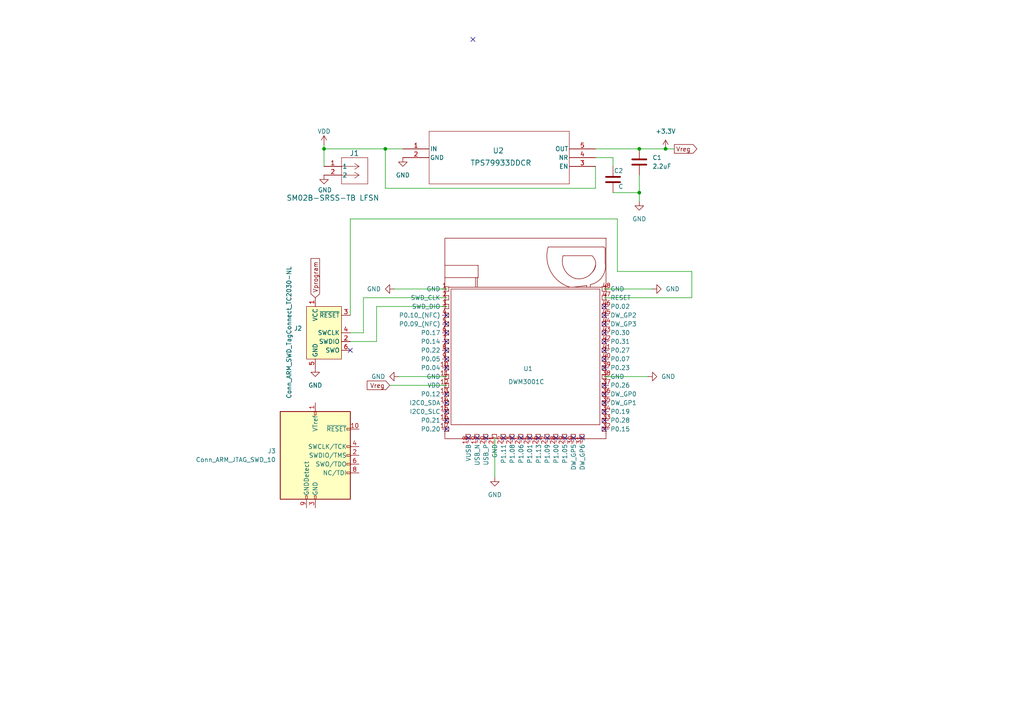
<source format=kicad_sch>
(kicad_sch (version 20231120) (generator "eeschema") (generator_version "8.0")
  (paper "A4")
  (lib_symbols
    (symbol "Connector:Conn_ARM_JTAG_SWD_10" (pin_names (offset 1.016))
      (property "Reference" "J" (at -2.54 16.51 0))
      (property "Value" "Conn_ARM_JTAG_SWD_10" (at -2.54 13.97 0))
      (symbol "Conn_ARM_JTAG_SWD_10_0_1"
        (rectangle (start -10.16 12.7) (end 10.16 -12.7) (stroke (width 0.254)) (fill (type background)))
        (rectangle (start -2.794 -12.7) (end -2.286 -11.684))
        (rectangle (start -0.254 -12.7) (end 0.254 -11.684))
        (rectangle (start -0.254 12.7) (end 0.254 11.684))
        (rectangle (start 9.144 2.286) (end 10.16 2.794))
        (rectangle (start 10.16 -2.794) (end 9.144 -2.286))
        (rectangle (start 10.16 -0.254) (end 9.144 0.254))
        (rectangle (start 10.16 7.874) (end 9.144 7.366))
      )
      (symbol "Conn_ARM_JTAG_SWD_10_1_1"
        (rectangle (start 9.144 -5.334) (end 10.16 -4.826))
        (pin power_in line (at 0 15.24 270) (length 2.54) (name "VTref") (number "1"))
        (pin open_collector line (at 12.7 7.62 180) (length 2.54) (name "~{RESET}") (number "10"))
        (pin bidirectional line (at 12.7 0 180) (length 2.54) (name "SWDIO/TMS") (number "2"))
        (pin power_in line (at 0 -15.24 90) (length 2.54) (name "GND") (number "3"))
        (pin output line (at 12.7 2.54 180) (length 2.54) (name "SWCLK/TCK") (number "4"))
        (pin passive line (at 0 -15.24 90) (length 2.54) hide (name "GND") (number "5"))
        (pin input line (at 12.7 -2.54 180) (length 2.54) (name "SWO/TDO") (number "6"))
        (pin no_connect line (at -10.16 0 0) (length 2.54) hide (name "KEY") (number "7"))
        (pin output line (at 12.7 -5.08 180) (length 2.54) (name "NC/TDI") (number "8"))
        (pin passive line (at -2.54 -15.24 90) (length 2.54) (name "GNDDetect") (number "9"))
      )
    )
    (symbol "Connector:Conn_ARM_SWD_TagConnect_TC2030-NL" (in_bom no)
      (property "Reference" "J" (at 2.54 11.43 0))
      (property "Value" "Conn_ARM_SWD_TagConnect_TC2030-NL" (at 2.54 8.89 0))
      (symbol "Conn_ARM_SWD_TagConnect_TC2030-NL_0_0"
        (pin power_in line (at -2.54 10.16 270) (length 2.54) (name "VCC") (number "1"))
        (pin bidirectional line (at 7.62 -2.54 180) (length 2.54) (name "SWDIO") (number "2"))
        (pin open_collector line (at 7.62 5.08 180) (length 2.54) (name "~{RESET}") (number "3"))
        (pin output line (at 7.62 0 180) (length 2.54) (name "SWCLK") (number "4"))
        (pin power_in line (at -2.54 -10.16 90) (length 2.54) (name "GND") (number "5"))
        (pin input line (at 7.62 -5.08 180) (length 2.54) (name "SWO") (number "6"))
      )
      (symbol "Conn_ARM_SWD_TagConnect_TC2030-NL_0_1"
        (rectangle (start -5.08 7.62) (end 5.08 -7.62) (fill (type background)))
      )
    )
    (symbol "Device:C" (pin_numbers hide) (pin_names (offset 0.254))
      (property "Reference" "C" (at 0.635 2.54 0))
      (property "Value" "C" (at 0.635 -2.54 0))
      (symbol "C_0_1"
        (polyline (pts (xy -2.032 -0.762) (xy 2.032 -0.762)) (stroke (width 0.508)))
        (polyline (pts (xy -2.032 0.762) (xy 2.032 0.762)) (stroke (width 0.508)))
      )
      (symbol "C_1_1"
        (pin passive line (at 0 3.81 270) (length 2.794) (name "~") (number "1"))
        (pin passive line (at 0 -3.81 90) (length 2.794) (name "~") (number "2"))
      )
    )
    (symbol "SM02B-SRSS-TB:SM02B-SRSS-TB_LFSN" (pin_names (offset 0.254))
      (property "Reference" "J" (at 8.89 6.35 0))
      (property "Value" "SM02B-SRSS-TB LFSN" (at 0 0 0))
      (symbol "SM02B-SRSS-TB_LFSN_1_1"
        (polyline (pts (xy 5.08 -5.08) (xy 12.7 -5.08)) (stroke (width 0.127)))
        (polyline (pts (xy 5.08 2.54) (xy 5.08 -5.08)) (stroke (width 0.127)))
        (polyline (pts (xy 10.16 -2.54) (xy 5.08 -2.54)) (stroke (width 0.127)))
        (polyline (pts (xy 10.16 -2.54) (xy 8.89 -3.3867)) (stroke (width 0.127)))
        (polyline (pts (xy 10.16 -2.54) (xy 8.89 -1.6933)) (stroke (width 0.127)))
        (polyline (pts (xy 10.16 0) (xy 5.08 0)) (stroke (width 0.127)))
        (polyline (pts (xy 10.16 0) (xy 8.89 -0.8467)) (stroke (width 0.127)))
        (polyline (pts (xy 10.16 0) (xy 8.89 0.8467)) (stroke (width 0.127)))
        (polyline (pts (xy 12.7 -5.08) (xy 12.7 2.54)) (stroke (width 0.127)))
        (polyline (pts (xy 12.7 2.54) (xy 5.08 2.54)) (stroke (width 0.127)))
        (pin unspecified line (at 0 0 0) (length 5.08) (name "1") (number "1"))
        (pin unspecified line (at 0 -2.54 0) (length 5.08) (name "2") (number "2"))
      )
      (symbol "SM02B-SRSS-TB_LFSN_1_2"
        (polyline (pts (xy 5.08 -5.08) (xy 12.7 -5.08)) (stroke (width 0.127)))
        (polyline (pts (xy 5.08 2.54) (xy 5.08 -5.08)) (stroke (width 0.127)))
        (polyline (pts (xy 7.62 -2.54) (xy 5.08 -2.54)) (stroke (width 0.127)))
        (polyline (pts (xy 7.62 -2.54) (xy 8.89 -3.3867)) (stroke (width 0.127)))
        (polyline (pts (xy 7.62 -2.54) (xy 8.89 -1.6933)) (stroke (width 0.127)))
        (polyline (pts (xy 7.62 0) (xy 5.08 0)) (stroke (width 0.127)))
        (polyline (pts (xy 7.62 0) (xy 8.89 -0.8467)) (stroke (width 0.127)))
        (polyline (pts (xy 7.62 0) (xy 8.89 0.8467)) (stroke (width 0.127)))
        (polyline (pts (xy 12.7 -5.08) (xy 12.7 2.54)) (stroke (width 0.127)))
        (polyline (pts (xy 12.7 2.54) (xy 5.08 2.54)) (stroke (width 0.127)))
        (pin unspecified line (at 0 0 0) (length 5.08) (name "1") (number "1"))
        (pin unspecified line (at 0 -2.54 0) (length 5.08) (name "2") (number "2"))
      )
    )
    (symbol "TPS79933DDCR:TPS79933DDCR" (pin_names (offset 0.254))
      (property "Reference" "U" (at 27.94 10.16 0))
      (property "Value" "TPS79933DDCR" (at 27.94 7.62 0))
      (symbol "TPS79933DDCR_0_1"
        (polyline (pts (xy 7.62 -10.16) (xy 48.26 -10.16)) (stroke (width 0.127)))
        (polyline (pts (xy 7.62 5.08) (xy 7.62 -10.16)) (stroke (width 0.127)))
        (polyline (pts (xy 48.26 -10.16) (xy 48.26 5.08)) (stroke (width 0.127)))
        (polyline (pts (xy 48.26 5.08) (xy 7.62 5.08)) (stroke (width 0.127)))
        (pin input line (at 0 0 0) (length 7.62) (name "IN") (number "1"))
        (pin power_in line (at 0 -2.54 0) (length 7.62) (name "GND") (number "2"))
        (pin unspecified line (at 55.88 -5.08 180) (length 7.62) (name "EN") (number "3"))
        (pin unspecified line (at 55.88 -2.54 180) (length 7.62) (name "NR") (number "4"))
        (pin output line (at 55.88 0 180) (length 7.62) (name "OUT") (number "5"))
      )
    )
    (symbol "power:+3.3V" (power) (pin_numbers hide) (pin_names (offset 0) hide)
      (property "Value" "+3.3V" (at 0 3.556 0))
      (symbol "+3.3V_0_1"
        (polyline (pts (xy -0.762 1.27) (xy 0 2.54)))
        (polyline (pts (xy 0 0) (xy 0 2.54)))
        (polyline (pts (xy 0 2.54) (xy 0.762 1.27)))
      )
      (symbol "+3.3V_1_1"
        (pin power_in line (at 0 0 90) (length 0) (name "~") (number "1"))
      )
    )
    (symbol "power:GND" (power) (pin_numbers hide) (pin_names (offset 0) hide)
      (property "Value" "GND" (at 0 -3.81 0))
      (symbol "GND_0_1"
        (polyline (pts (xy 0 0) (xy 0 -1.27) (xy 1.27 -1.27) (xy 0 -2.54) (xy -1.27 -1.27) (xy 0 -1.27)))
      )
      (symbol "GND_1_1"
        (pin power_in line (at 0 0 270) (length 0) (name "~") (number "1"))
      )
    )
    (symbol "power:VDD" (power) (pin_numbers hide) (pin_names (offset 0) hide)
      (property "Value" "VDD" (at 0 3.556 0))
      (symbol "VDD_0_1"
        (polyline (pts (xy -0.762 1.27) (xy 0 2.54)))
        (polyline (pts (xy 0 0) (xy 0 2.54)))
        (polyline (pts (xy 0 2.54) (xy 0.762 1.27)))
      )
      (symbol "VDD_1_1"
        (pin power_in line (at 0 0 90) (length 0) (name "~") (number "1"))
      )
    )
    (symbol "sdp:DWM3001C"
      (property "Reference" "U1" (at 2.032 -2.794 0))
      (property "Value" "DWM3001C" (at 1.524 -6.604 0))
      (symbol "DWM3001C_0_1"
        (arc (start -22.2249 -20.955) (mid -21.9619 -20.32) (end -22.2249 -19.685))
        (arc (start -22.2249 -18.415) (mid -21.9619 -17.78) (end -22.2249 -17.145))
        (arc (start -22.2249 -15.875) (mid -21.9619 -15.24) (end -22.2249 -14.605))
        (arc (start -22.2249 -13.335) (mid -21.9619 -12.7) (end -22.2249 -12.065))
        (arc (start -22.2249 -10.795) (mid -21.9619 -10.16) (end -22.2249 -9.525))
        (arc (start -22.2249 -8.255) (mid -21.9619 -7.62) (end -22.2249 -6.985))
        (arc (start -22.2249 -5.715) (mid -21.9619 -5.08) (end -22.2249 -4.445))
        (arc (start -22.2249 -3.175) (mid -21.9619 -2.54) (end -22.2249 -1.905))
        (arc (start -22.2249 -0.635) (mid -21.9619 0) (end -22.2249 0.635))
        (arc (start -22.2249 1.905) (mid -21.9619 2.54) (end -22.2249 3.175))
        (arc (start -22.2249 4.445) (mid -21.9619 5.08) (end -22.2249 5.715))
        (arc (start -22.2249 6.985) (mid -21.9619 7.62) (end -22.2249 8.255))
        (arc (start -22.2249 9.525) (mid -21.9619 10.16) (end -22.2249 10.795))
        (arc (start -22.2249 12.065) (mid -21.9619 12.7) (end -22.2249 13.335))
        (arc (start -22.2249 14.605) (mid -21.9619 15.24) (end -22.2249 15.875))
        (arc (start -22.2249 17.145) (mid -21.9619 17.78) (end -22.2249 18.415))
        (arc (start -22.225 19.685) (mid -21.962 20.32) (end -22.225 20.955))
        (rectangle (start -20.32 20.32) (end 22.86 -19.05))
        (arc (start -14.732 -23.114) (mid -15.367 -22.851) (end -16.002 -23.114))
        (arc (start -12.192 -23.114) (mid -12.827 -22.851) (end -13.462 -23.114))
        (arc (start -9.652 -23.114) (mid -10.287 -22.851) (end -10.922 -23.114))
        (arc (start -7.112 -23.114) (mid -7.747 -22.851) (end -8.382 -23.114))
        (arc (start -4.572 -23.114) (mid -5.207 -22.851) (end -5.842 -23.114))
        (arc (start -2.032 -23.114) (mid -2.667 -22.851) (end -3.302 -23.114))
        (polyline (pts (xy -22.2249 -20.955) (xy -20.9549 -20.955)))
        (polyline (pts (xy -22.2249 -19.685) (xy -20.9549 -19.685)))
        (polyline (pts (xy -22.2249 -18.415) (xy -20.9549 -18.415)))
        (polyline (pts (xy -22.2249 -17.145) (xy -20.9549 -17.145)))
        (polyline (pts (xy -22.2249 -15.875) (xy -20.9549 -15.875)))
        (polyline (pts (xy -22.2249 -14.605) (xy -20.9549 -14.605)))
        (polyline (pts (xy -22.2249 -13.335) (xy -20.9549 -13.335)))
        (polyline (pts (xy -22.2249 -12.065) (xy -20.9549 -12.065)))
        (polyline (pts (xy -22.2249 -10.795) (xy -20.9549 -10.795)))
        (polyline (pts (xy -22.2249 -9.525) (xy -20.9549 -9.525)))
        (polyline (pts (xy -22.2249 -8.255) (xy -20.9549 -8.255)))
        (polyline (pts (xy -22.2249 -6.985) (xy -20.9549 -6.985)))
        (polyline (pts (xy -22.2249 -5.715) (xy -20.9549 -5.715)))
        (polyline (pts (xy -22.2249 -4.445) (xy -20.9549 -4.445)))
        (polyline (pts (xy -22.2249 -3.175) (xy -20.9549 -3.175)))
        (polyline (pts (xy -22.2249 -1.905) (xy -20.9549 -1.905)))
        (polyline (pts (xy -22.2249 -0.635) (xy -20.9549 -0.635)))
        (polyline (pts (xy -22.2249 0.635) (xy -20.9549 0.635)))
        (polyline (pts (xy -22.2249 1.905) (xy -20.9549 1.905)))
        (polyline (pts (xy -22.2249 3.175) (xy -20.9549 3.175)))
        (polyline (pts (xy -22.2249 4.445) (xy -20.9549 4.445)))
        (polyline (pts (xy -22.2249 5.715) (xy -20.9549 5.715)))
        (polyline (pts (xy -22.2249 6.985) (xy -20.9549 6.985)))
        (polyline (pts (xy -22.2249 8.255) (xy -20.9549 8.255)))
        (polyline (pts (xy -22.2249 9.525) (xy -20.9549 9.525)))
        (polyline (pts (xy -22.2249 10.795) (xy -20.9549 10.795)))
        (polyline (pts (xy -22.2249 12.065) (xy -20.9549 12.065)))
        (polyline (pts (xy -22.2249 13.335) (xy -20.9549 13.335)))
        (polyline (pts (xy -22.2249 14.605) (xy -20.9549 14.605)))
        (polyline (pts (xy -22.2249 15.875) (xy -20.9549 15.875)))
        (polyline (pts (xy -22.2249 17.145) (xy -20.9549 17.145)))
        (polyline (pts (xy -22.2249 18.415) (xy -20.9549 18.415)))
        (polyline (pts (xy -22.225 19.685) (xy -20.955 19.685)))
        (polyline (pts (xy -22.225 20.955) (xy -20.955 20.955)))
        (polyline (pts (xy -22.098 -20.828) (xy -22.098 -21.59)))
        (polyline (pts (xy -22.098 -19.812) (xy -22.098 -18.288)))
        (polyline (pts (xy -22.098 -17.272) (xy -22.098 -15.748)))
        (polyline (pts (xy -22.098 -14.732) (xy -22.098 -13.208)))
        (polyline (pts (xy -22.098 -12.192) (xy -22.098 -10.668)))
        (polyline (pts (xy -22.098 -9.652) (xy -22.098 -8.128)))
        (polyline (pts (xy -22.098 -7.112) (xy -22.098 -5.588)))
        (polyline (pts (xy -22.098 -4.572) (xy -22.098 -3.048)))
        (polyline (pts (xy -22.098 -2.032) (xy -22.098 -0.508)))
        (polyline (pts (xy -22.098 0.508) (xy -22.098 2.032)))
        (polyline (pts (xy -22.098 3.048) (xy -22.098 4.572)))
        (polyline (pts (xy -22.098 5.588) (xy -22.098 7.112)))
        (polyline (pts (xy -22.098 8.128) (xy -22.098 9.652)))
        (polyline (pts (xy -22.098 10.668) (xy -22.098 12.192)))
        (polyline (pts (xy -22.098 13.208) (xy -22.098 14.732)))
        (polyline (pts (xy -22.098 15.748) (xy -22.098 17.272)))
        (polyline (pts (xy -22.098 18.288) (xy -22.098 19.812)))
        (polyline (pts (xy -22.098 20.828) (xy -22.098 35.052)))
        (polyline (pts (xy -22.098 35.052) (xy 24.638 35.052)))
        (polyline (pts (xy -20.9549 -19.685) (xy -20.9549 -20.955)))
        (polyline (pts (xy -20.9549 -17.145) (xy -20.9549 -18.415)))
        (polyline (pts (xy -20.9549 -14.605) (xy -20.9549 -15.875)))
        (polyline (pts (xy -20.9549 -12.065) (xy -20.9549 -13.335)))
        (polyline (pts (xy -20.9549 -9.525) (xy -20.9549 -10.795)))
        (polyline (pts (xy -20.9549 -6.985) (xy -20.9549 -8.255)))
        (polyline (pts (xy -20.9549 -4.445) (xy -20.9549 -5.715)))
        (polyline (pts (xy -20.9549 -1.905) (xy -20.9549 -3.175)))
        (polyline (pts (xy -20.9549 0.635) (xy -20.9549 -0.635)))
        (polyline (pts (xy -20.9549 3.175) (xy -20.9549 1.905)))
        (polyline (pts (xy -20.9549 5.715) (xy -20.9549 4.445)))
        (polyline (pts (xy -20.9549 8.255) (xy -20.9549 6.985)))
        (polyline (pts (xy -20.9549 10.795) (xy -20.9549 9.525)))
        (polyline (pts (xy -20.9549 13.335) (xy -20.9549 12.065)))
        (polyline (pts (xy -20.9549 15.875) (xy -20.9549 14.605)))
        (polyline (pts (xy -20.9549 18.415) (xy -20.9549 17.145)))
        (polyline (pts (xy -20.955 20.955) (xy -20.955 19.685)))
        (polyline (pts (xy -20.828 20.828) (xy 23.368 20.828)))
        (polyline (pts (xy -16.002 -23.114) (xy -16.002 -21.844)))
        (polyline (pts (xy -16.002 -21.844) (xy -14.732 -21.844)))
        (polyline (pts (xy -14.732 -23.114) (xy -14.732 -21.844)))
        (polyline (pts (xy -13.462 -23.114) (xy -13.462 -21.844)))
        (polyline (pts (xy -13.462 -21.844) (xy -12.192 -21.844)))
        (polyline (pts (xy -13.208 20.828) (xy -13.208 23.622)))
        (polyline (pts (xy -12.7 20.828) (xy -12.7 23.622)))
        (polyline (pts (xy -12.7 23.622) (xy -22.098 23.622)))
        (polyline (pts (xy -12.7 23.622) (xy -12.446 23.622)))
        (polyline (pts (xy -12.7 27.178) (xy -22.098 27.178)))
        (polyline (pts (xy -12.7 27.178) (xy -12.446 27.178)))
        (polyline (pts (xy -12.446 23.622) (xy -12.446 27.178)))
        (polyline (pts (xy -12.192 -23.114) (xy -12.192 -21.844)))
        (polyline (pts (xy -10.922 -23.114) (xy -10.922 -21.844)))
        (polyline (pts (xy -10.922 -21.844) (xy -9.652 -21.844)))
        (polyline (pts (xy -9.652 -23.114) (xy -9.652 -21.844)))
        (polyline (pts (xy -8.382 -23.114) (xy -8.382 -21.844)))
        (polyline (pts (xy -8.382 -21.844) (xy -7.112 -21.844)))
        (polyline (pts (xy -7.112 -23.114) (xy -7.112 -21.844)))
        (polyline (pts (xy -5.842 -23.114) (xy -5.842 -21.844)))
        (polyline (pts (xy -5.842 -21.844) (xy -4.572 -21.844)))
        (polyline (pts (xy -4.572 -23.114) (xy -4.572 -21.844)))
        (polyline (pts (xy -3.302 -23.114) (xy -3.302 -21.844)))
        (polyline (pts (xy -3.302 -21.844) (xy -2.032 -21.844)))
        (polyline (pts (xy -2.032 -23.114) (xy -2.032 -21.844)))
        (polyline (pts (xy -0.762 -23.114) (xy -0.762 -21.844)))
        (polyline (pts (xy -0.762 -21.844) (xy 0.508 -21.844)))
        (polyline (pts (xy 0.508 -23.114) (xy 0.508 -21.844)))
        (polyline (pts (xy 1.778 -23.114) (xy 1.778 -21.844)))
        (polyline (pts (xy 1.778 -21.844) (xy 3.048 -21.844)))
        (polyline (pts (xy 3.048 -23.114) (xy 3.048 -21.844)))
        (polyline (pts (xy 4.318 -23.114) (xy 4.318 -21.844)))
        (polyline (pts (xy 4.318 -21.844) (xy 5.588 -21.844)))
        (polyline (pts (xy 5.588 -23.114) (xy 5.588 -21.844)))
        (polyline (pts (xy 6.858 -23.114) (xy 6.858 -21.844)))
        (polyline (pts (xy 6.858 -21.844) (xy 8.128 -21.844)))
        (polyline (pts (xy 8.128 -23.114) (xy 8.128 -21.844)))
        (polyline (pts (xy 9.398 -23.114) (xy 9.398 -21.844)))
        (polyline (pts (xy 9.398 -21.844) (xy 10.668 -21.844)))
        (polyline (pts (xy 10.668 -23.114) (xy 10.668 -21.844)))
        (polyline (pts (xy 11.938 -23.114) (xy 11.938 -21.844)))
        (polyline (pts (xy 11.938 -21.844) (xy 13.208 -21.844)))
        (polyline (pts (xy 12.7 29.972) (xy 12.192 29.972)))
        (polyline (pts (xy 13.208 -23.114) (xy 13.208 -21.844)))
        (polyline (pts (xy 14.478 -23.114) (xy 14.478 -21.844)))
        (polyline (pts (xy 14.478 -21.844) (xy 15.748 -21.844)))
        (polyline (pts (xy 15.748 -23.114) (xy 15.748 -21.844)))
        (polyline (pts (xy 17.018 -23.114) (xy 17.018 -21.844)))
        (polyline (pts (xy 17.018 -21.844) (xy 18.288 -21.844)))
        (polyline (pts (xy 18.288 -23.114) (xy 18.288 -21.844)))
        (polyline (pts (xy 19.05 20.828) (xy 19.05 21.336)))
        (polyline (pts (xy 20.066 20.828) (xy 20.066 21.59)))
        (polyline (pts (xy 20.574 29.972) (xy 12.7 29.972)))
        (polyline (pts (xy 23.4949 -20.955) (xy 23.4949 -19.685)))
        (polyline (pts (xy 23.4948 -18.415) (xy 23.4948 -17.145)))
        (polyline (pts (xy 23.4948 -15.875) (xy 23.4948 -14.605)))
        (polyline (pts (xy 23.4948 -13.335) (xy 23.4948 -12.065)))
        (polyline (pts (xy 23.4948 -10.795) (xy 23.4948 -9.525)))
        (polyline (pts (xy 23.4948 -8.255) (xy 23.4948 -6.985)))
        (polyline (pts (xy 23.4948 -5.715) (xy 23.4948 -4.445)))
        (polyline (pts (xy 23.4948 -3.175) (xy 23.4948 -1.905)))
        (polyline (pts (xy 23.4948 -0.635) (xy 23.4948 0.635)))
        (polyline (pts (xy 23.4948 1.905) (xy 23.4948 3.175)))
        (polyline (pts (xy 23.4948 4.445) (xy 23.4948 5.715)))
        (polyline (pts (xy 23.4948 6.985) (xy 23.4948 8.255)))
        (polyline (pts (xy 23.4948 9.525) (xy 23.4948 10.795)))
        (polyline (pts (xy 23.4948 12.065) (xy 23.4948 13.335)))
        (polyline (pts (xy 23.4948 14.605) (xy 23.4948 15.875)))
        (polyline (pts (xy 23.4948 17.145) (xy 23.4948 18.415)))
        (polyline (pts (xy 23.4948 19.685) (xy 23.4948 20.955)))
        (polyline (pts (xy 23.876 32.512) (xy 7.874 32.512)))
        (polyline (pts (xy 24.384 27.94) (xy 24.384 30.988)))
        (polyline (pts (xy 24.384 30.988) (xy 24.384 32.004)))
        (polyline (pts (xy 24.638 -20.828) (xy 24.638 -21.59)))
        (polyline (pts (xy 24.6379 -18.288) (xy 24.6379 -19.812)))
        (polyline (pts (xy 24.6379 -15.748) (xy 24.6379 -17.272)))
        (polyline (pts (xy 24.6379 -13.208) (xy 24.6379 -14.732)))
        (polyline (pts (xy 24.6379 -10.668) (xy 24.6379 -12.192)))
        (polyline (pts (xy 24.6379 -8.128) (xy 24.6379 -9.652)))
        (polyline (pts (xy 24.6379 -5.588) (xy 24.6379 -7.112)))
        (polyline (pts (xy 24.6379 -3.048) (xy 24.6379 -4.572)))
        (polyline (pts (xy 24.6379 -0.508) (xy 24.6379 -2.032)))
        (polyline (pts (xy 24.6379 2.032) (xy 24.6379 0.508)))
        (polyline (pts (xy 24.6379 4.572) (xy 24.6379 3.048)))
        (polyline (pts (xy 24.6379 7.112) (xy 24.6379 5.588)))
        (polyline (pts (xy 24.6379 9.652) (xy 24.6379 8.128)))
        (polyline (pts (xy 24.6379 12.192) (xy 24.6379 10.668)))
        (polyline (pts (xy 24.6379 14.732) (xy 24.6379 13.208)))
        (polyline (pts (xy 24.6379 17.272) (xy 24.6379 15.748)))
        (polyline (pts (xy 24.6379 19.812) (xy 24.6379 18.288)))
        (polyline (pts (xy 24.638 20.828) (xy 24.638 34.798)))
        (polyline (pts (xy 24.638 34.798) (xy 24.638 35.052)))
        (polyline (pts (xy 24.7649 -20.955) (xy 23.4949 -20.955)))
        (polyline (pts (xy 24.7649 -19.685) (xy 23.4949 -19.685)))
        (polyline (pts (xy 24.7648 -18.415) (xy 23.4948 -18.415)))
        (polyline (pts (xy 24.7648 -17.145) (xy 23.4948 -17.145)))
        (polyline (pts (xy 24.7648 -15.875) (xy 23.4948 -15.875)))
        (polyline (pts (xy 24.7648 -14.605) (xy 23.4948 -14.605)))
        (polyline (pts (xy 24.7648 -13.335) (xy 23.4948 -13.335)))
        (polyline (pts (xy 24.7648 -12.065) (xy 23.4948 -12.065)))
        (polyline (pts (xy 24.7648 -10.795) (xy 23.4948 -10.795)))
        (polyline (pts (xy 24.7648 -9.525) (xy 23.4948 -9.525)))
        (polyline (pts (xy 24.7648 -8.255) (xy 23.4948 -8.255)))
        (polyline (pts (xy 24.7648 -6.985) (xy 23.4948 -6.985)))
        (polyline (pts (xy 24.7648 -5.715) (xy 23.4948 -5.715)))
        (polyline (pts (xy 24.7648 -4.445) (xy 23.4948 -4.445)))
        (polyline (pts (xy 24.7648 -3.175) (xy 23.4948 -3.175)))
        (polyline (pts (xy 24.7648 -1.905) (xy 23.4948 -1.905)))
        (polyline (pts (xy 24.7648 -0.635) (xy 23.4948 -0.635)))
        (polyline (pts (xy 24.7648 0.635) (xy 23.4948 0.635)))
        (polyline (pts (xy 24.7648 1.905) (xy 23.4948 1.905)))
        (polyline (pts (xy 24.7648 3.175) (xy 23.4948 3.175)))
        (polyline (pts (xy 24.7648 4.445) (xy 23.4948 4.445)))
        (polyline (pts (xy 24.7648 5.715) (xy 23.4948 5.715)))
        (polyline (pts (xy 24.7648 6.985) (xy 23.4948 6.985)))
        (polyline (pts (xy 24.7648 8.255) (xy 23.4948 8.255)))
        (polyline (pts (xy 24.7648 9.525) (xy 23.4948 9.525)))
        (polyline (pts (xy 24.7648 10.795) (xy 23.4948 10.795)))
        (polyline (pts (xy 24.7648 12.065) (xy 23.4948 12.065)))
        (polyline (pts (xy 24.7648 13.335) (xy 23.4948 13.335)))
        (polyline (pts (xy 24.7648 14.605) (xy 23.4948 14.605)))
        (polyline (pts (xy 24.7648 15.875) (xy 23.4948 15.875)))
        (polyline (pts (xy 24.7648 17.145) (xy 23.4948 17.145)))
        (polyline (pts (xy 24.7648 18.415) (xy 23.4948 18.415)))
        (polyline (pts (xy 24.7648 19.685) (xy 23.4948 19.685)))
        (polyline (pts (xy 24.7648 20.955) (xy 23.4948 20.955)))
        (polyline (pts (xy 19.05 21.336) (xy 15.24 20.828) (xy 14.732 20.828)))
        (arc (start 0.508 -23.114) (mid -0.127 -22.851) (end -0.762 -23.114))
        (arc (start 3.048 -23.114) (mid 2.413 -22.851) (end 1.778 -23.114))
        (arc (start 5.588 -23.114) (mid 4.953 -22.851) (end 4.318 -23.114))
        (arc (start 7.874 32.512) (mid 8.6292 25.3549) (end 14.224 20.828))
        (arc (start 8.128 -23.114) (mid 7.493 -22.851) (end 6.858 -23.114))
        (arc (start 10.668 -23.114) (mid 10.033 -22.851) (end 9.398 -23.114))
        (arc (start 12.192 29.972) (mid 12.6023 25.9335) (end 15.748 23.368))
        (arc (start 13.208 -23.114) (mid 12.573 -22.851) (end 11.938 -23.114))
        (arc (start 15.748 -23.114) (mid 15.113 -22.851) (end 14.478 -23.114))
        (arc (start 15.748 23.368) (mid 19.4571 24.0646) (end 21.59 27.178))
        (arc (start 18.288 -23.114) (mid 17.653 -22.851) (end 17.018 -23.114))
        (arc (start 20.066 21.59) (mid 23.5401 23.8707) (end 24.384 27.94))
        (arc (start 20.828 25.4) (mid 21.6478 27.7386) (end 20.574 29.972))
        (arc (start 24.384 32.004) (mid 24.2352 32.3632) (end 23.876 32.512))
        (arc (start 24.7649 -19.685) (mid 24.5019 -20.32) (end 24.7649 -20.955))
        (arc (start 24.7648 -17.145) (mid 24.5018 -17.78) (end 24.7648 -18.415))
        (arc (start 24.7648 -14.605) (mid 24.5018 -15.24) (end 24.7648 -15.875))
        (arc (start 24.7648 -12.065) (mid 24.5018 -12.7) (end 24.7648 -13.335))
        (arc (start 24.7648 -9.525) (mid 24.5018 -10.16) (end 24.7648 -10.795))
        (arc (start 24.7648 -6.985) (mid 24.5018 -7.62) (end 24.7648 -8.255))
        (arc (start 24.7648 -4.445) (mid 24.5018 -5.08) (end 24.7648 -5.715))
        (arc (start 24.7648 -1.905) (mid 24.5018 -2.54) (end 24.7648 -3.175))
        (arc (start 24.7648 0.635) (mid 24.5018 0) (end 24.7648 -0.635))
        (arc (start 24.7648 3.175) (mid 24.5018 2.54) (end 24.7648 1.905))
        (arc (start 24.7648 5.715) (mid 24.5018 5.08) (end 24.7648 4.445))
        (arc (start 24.7648 8.255) (mid 24.5018 7.62) (end 24.7648 6.985))
        (arc (start 24.7648 10.795) (mid 24.5018 10.16) (end 24.7648 9.525))
        (arc (start 24.7648 13.335) (mid 24.5018 12.7) (end 24.7648 12.065))
        (arc (start 24.7648 15.875) (mid 24.5018 15.24) (end 24.7648 14.605))
        (arc (start 24.7648 18.415) (mid 24.5018 17.78) (end 24.7648 17.145))
        (arc (start 24.7648 20.955) (mid 24.5018 20.32) (end 24.7648 19.685))
      )
      (symbol "DWM3001C_1_1"
        (polyline (pts (xy -14.732 -23.114) (xy -13.462 -23.114)))
        (polyline (pts (xy -12.192 -23.114) (xy -10.922 -23.114)))
        (polyline (pts (xy -9.652 -23.114) (xy -8.382 -23.114)))
        (polyline (pts (xy -5.842 -23.114) (xy -7.112 -23.114)))
        (polyline (pts (xy -4.572 -23.114) (xy -3.302 -23.114)))
        (polyline (pts (xy -2.032 -23.114) (xy -0.762 -23.114)))
        (polyline (pts (xy 1.778 -23.114) (xy 0.508 -23.114)))
        (polyline (pts (xy 4.318 -23.114) (xy 3.048 -23.114)))
        (polyline (pts (xy 5.588 -23.114) (xy 6.858 -23.114)))
        (polyline (pts (xy 8.128 -23.114) (xy 9.398 -23.114)))
        (polyline (pts (xy 10.668 -23.114) (xy 11.938 -23.114)))
        (polyline (pts (xy 13.208 -23.114) (xy 14.478 -23.114)))
        (polyline (pts (xy 15.748 -23.114) (xy 17.018 -23.114)))
        (polyline (pts (xy 18.288 -23.114) (xy 24.638 -23.114)))
        (polyline (pts (xy 24.638 -23.114) (xy 24.638 -21.59)))
        (polyline (pts (xy -16.002 -23.114) (xy -22.098 -23.114) (xy -22.098 -21.59)))
        (pin power_in line (at -21.59 20.32 180) (length 1.27) (name "GND") (number "1"))
        (pin bidirectional line (at -21.59 -2.54 180) (length 1.27) (name "P0.04") (number "10"))
        (pin power_in line (at -21.59 -5.08 180) (length 1.27) (name "GND") (number "11"))
        (pin power_in line (at -21.59 -7.62 180) (length 1.27) (name "VDD") (number "12"))
        (pin bidirectional line (at -21.59 -10.16 180) (length 1.27) (name "P0.12") (number "13"))
        (pin bidirectional line (at -21.59 -12.7 180) (length 1.27) (name "I2C0_SDA") (number "14"))
        (pin bidirectional line (at -21.59 -15.24 180) (length 1.27) (name "I2C0_SLC") (number "15"))
        (pin bidirectional line (at -21.59 -17.78 180) (length 1.27) (name "P0.21") (number "16"))
        (pin bidirectional line (at -21.59 -20.32 180) (length 1.27) (name "P0.20") (number "17"))
        (pin bidirectional line (at -15.24 -22.86 270) (length 1.27) (name "VUSB") (number "18"))
        (pin bidirectional line (at -12.7 -22.86 270) (length 1.27) (name "USB_N") (number "19"))
        (pin input line (at -21.59 17.78 180) (length 1.27) (name "SWD_CLK") (number "2"))
        (pin bidirectional line (at -10.16 -22.86 270) (length 1.27) (name "USB_P") (number "20"))
        (pin power_in line (at -7.62 -22.86 270) (length 1.27) (name "GND") (number "21"))
        (pin bidirectional line (at -5.08 -22.86 270) (length 1.27) (name "P1.11") (number "22"))
        (pin bidirectional line (at -2.54 -22.86 270) (length 1.27) (name "P1.08") (number "23"))
        (pin bidirectional line (at 0 -22.86 270) (length 1.27) (name "P1.06") (number "24"))
        (pin bidirectional line (at 2.54 -22.86 270) (length 1.27) (name "P1.01") (number "25"))
        (pin bidirectional line (at 5.08 -22.86 270) (length 1.27) (name "P1.13") (number "26"))
        (pin bidirectional line (at 7.62 -22.86 270) (length 1.27) (name "P1.09") (number "27"))
        (pin bidirectional line (at 10.16 -22.86 270) (length 1.27) (name "P1.00") (number "28"))
        (pin bidirectional line (at 12.7 -22.86 270) (length 1.27) (name "P1.05") (number "29"))
        (pin bidirectional line (at -21.59 15.24 180) (length 1.27) (name "SWD_DIO") (number "3"))
        (pin bidirectional line (at 15.24 -22.86 270) (length 1.27) (name "DW_GP5") (number "30"))
        (pin bidirectional line (at 17.78 -22.86 270) (length 1.27) (name "DW_GP6") (number "31"))
        (pin bidirectional line (at 24.13 -20.32 0) (length 1.27) (name "P0.15") (number "32"))
        (pin bidirectional line (at 24.13 -17.78 0) (length 1.27) (name "P0.28") (number "33"))
        (pin bidirectional line (at 24.13 -15.24 0) (length 1.27) (name "P0.19") (number "34"))
        (pin bidirectional line (at 24.13 -12.7 0) (length 1.27) (name "DW_GP1") (number "35"))
        (pin bidirectional line (at 24.13 -10.16 0) (length 1.27) (name "DW_GP0") (number "36"))
        (pin bidirectional line (at 24.13 -7.62 0) (length 1.27) (name "P0.26") (number "37"))
        (pin power_in line (at 24.13 -5.08 0) (length 1.27) (name "GND") (number "38"))
        (pin bidirectional line (at 24.13 -2.54 0) (length 1.27) (name "P0.23") (number "39"))
        (pin bidirectional line (at -21.59 12.7 180) (length 1.27) (name "P0.10_(NFC)") (number "4"))
        (pin bidirectional line (at 24.13 0 0) (length 1.27) (name "P0.07") (number "40"))
        (pin bidirectional line (at 24.13 2.54 0) (length 1.27) (name "P0.27") (number "41"))
        (pin bidirectional line (at 24.13 5.08 0) (length 1.27) (name "P0.31") (number "42"))
        (pin bidirectional line (at 24.13 7.62 0) (length 1.27) (name "P0.30") (number "43"))
        (pin bidirectional line (at 24.13 10.16 0) (length 1.27) (name "DW_GP3") (number "44"))
        (pin bidirectional line (at 24.13 12.7 0) (length 1.27) (name "DW_GP2") (number "45"))
        (pin bidirectional line (at 24.13 15.24 0) (length 1.27) (name "P0.02") (number "46"))
        (pin bidirectional line (at 24.13 17.78 0) (length 1.27) (name "RESET") (number "47"))
        (pin bidirectional line (at 24.13 20.32 0) (length 1.27) (name "GND") (number "48"))
        (pin bidirectional line (at -21.59 10.16 180) (length 1.27) (name "P0.09_(NFC)") (number "5"))
        (pin bidirectional line (at -21.59 7.62 180) (length 1.27) (name "P0.17") (number "6"))
        (pin bidirectional line (at -21.59 5.08 180) (length 1.27) (name "P0.14") (number "7"))
        (pin bidirectional line (at -21.59 2.54 180) (length 1.27) (name "P0.22") (number "8"))
        (pin bidirectional line (at -21.59 0 180) (length 1.27) (name "P0.05") (number "9"))
      )
    )
  )
  (junction (at 93.98 43.18))
  (junction (at 111.76 43.18))
  (junction (at 185.42 43.18))
  (junction (at 185.42 55.88))
  (junction (at 193.04 43.18))
  (no_connect (at 175.26 124.46))
  (no_connect (at 148.59 127))
  (no_connect (at 153.67 127))
  (no_connect (at 175.26 106.68))
  (no_connect (at 129.54 96.52))
  (no_connect (at 175.26 91.44))
  (no_connect (at 101.6 101.6))
  (no_connect (at 129.54 93.98))
  (no_connect (at 135.89 127))
  (no_connect (at 129.54 104.14))
  (no_connect (at 129.54 121.92))
  (no_connect (at 129.54 91.44))
  (no_connect (at 175.26 111.76))
  (no_connect (at 166.37 127))
  (no_connect (at 175.26 101.6))
  (no_connect (at 175.26 99.06))
  (no_connect (at 151.13 127))
  (no_connect (at 138.43 127))
  (no_connect (at 168.91 127))
  (no_connect (at 175.26 88.9))
  (no_connect (at 175.26 116.84))
  (no_connect (at 175.26 96.52))
  (no_connect (at 158.75 127))
  (no_connect (at 129.54 99.06))
  (no_connect (at 146.05 127))
  (no_connect (at 175.26 121.92))
  (no_connect (at 156.21 127))
  (no_connect (at 129.54 116.84))
  (no_connect (at 161.29 127))
  (no_connect (at 163.83 127))
  (no_connect (at 129.54 119.38))
  (no_connect (at 129.54 124.46))
  (no_connect (at 129.54 106.68))
  (no_connect (at 175.26 114.3))
  (no_connect (at 140.97 127))
  (no_connect (at 129.54 114.3))
  (no_connect (at 175.26 119.38))
  (no_connect (at 175.26 104.14))
  (no_connect (at 129.54 101.6))
  (no_connect (at 137.16 11.43))
  (no_connect (at 175.26 93.98))
  (wire (pts (xy 200.66 78.74) (xy 200.66 86.36)))
  (wire (pts (xy 185.42 55.88) (xy 185.42 58.42)))
  (wire (pts (xy 111.76 54.61) (xy 111.76 43.18)))
  (wire (pts (xy 109.22 99.06) (xy 109.22 88.9)))
  (wire (pts (xy 101.6 96.52) (xy 105.41 96.52)))
  (wire (pts (xy 109.22 88.9) (xy 129.54 88.9)))
  (wire (pts (xy 187.96 109.22) (xy 175.26 109.22)))
  (wire (pts (xy 172.72 48.26) (xy 172.72 54.61)))
  (wire (pts (xy 101.6 99.06) (xy 109.22 99.06)))
  (wire (pts (xy 172.72 43.18) (xy 185.42 43.18)))
  (wire (pts (xy 101.6 63.5) (xy 179.07 63.5)))
  (wire (pts (xy 93.98 43.18) (xy 111.76 43.18)))
  (wire (pts (xy 179.07 63.5) (xy 179.07 78.74)))
  (wire (pts (xy 189.23 83.82) (xy 175.26 83.82)))
  (wire (pts (xy 195.58 43.18) (xy 193.04 43.18)))
  (wire (pts (xy 193.04 43.18) (xy 185.42 43.18)))
  (wire (pts (xy 111.76 43.18) (xy 116.84 43.18)))
  (wire (pts (xy 93.98 41.91) (xy 93.98 43.18)))
  (wire (pts (xy 177.8 45.72) (xy 177.8 48.26)))
  (wire (pts (xy 93.98 43.18) (xy 93.98 48.26)))
  (wire (pts (xy 113.03 111.76) (xy 129.54 111.76)))
  (wire (pts (xy 115.57 109.22) (xy 129.54 109.22)))
  (wire (pts (xy 105.41 86.36) (xy 105.41 96.52)))
  (wire (pts (xy 101.6 91.44) (xy 101.6 63.5)))
  (wire (pts (xy 129.54 86.36) (xy 105.41 86.36)))
  (wire (pts (xy 179.07 78.74) (xy 200.66 78.74)))
  (wire (pts (xy 143.51 138.43) (xy 143.51 127)))
  (wire (pts (xy 172.72 45.72) (xy 177.8 45.72)))
  (wire (pts (xy 177.8 55.88) (xy 185.42 55.88)))
  (wire (pts (xy 185.42 50.8) (xy 185.42 55.88)))
  (wire (pts (xy 175.26 86.36) (xy 200.66 86.36)))
  (wire (pts (xy 172.72 54.61) (xy 111.76 54.61)))
  (wire (pts (xy 114.3 83.82) (xy 129.54 83.82)))
  (global_label "Vprogram" (shape input) (at 91.44 86.36 90) (property "Intersheetrefs" "${INTERSHEET_REFS}" (effects (hide yes))))
  (global_label "Vreg" (shape input) (at 113.03 111.76 180) (property "Intersheetrefs" "${INTERSHEET_REFS}" (effects (hide yes))))
  (global_label "Vreg" (shape output) (at 195.58 43.18 0) (property "Intersheetrefs" "${INTERSHEET_REFS}" (effects (hide yes))))
  (symbol (lib_id "power:GND") (at 185.42 58.42 0) (unit 1)
    (property "Reference" "#PWR010" (effects (hide yes)))
    (property "Value" "GND" (at 185.42 63.5 0))
    (property "Description" "Power symbol creates a global label with name \"GND\" , ground" (effects (hide yes)))
  )
  (symbol (lib_id "power:GND") (at 189.23 83.82 90) (unit 1)
    (property "Reference" "#PWR07" (effects (hide yes)))
    (property "Value" "GND" (at 193.04 83.8199 90) (effects (justify right)))
    (property "Description" "Power symbol creates a global label with name \"GND\" , ground" (effects (hide yes)))
  )
  (symbol (lib_id "Connector:Conn_ARM_JTAG_SWD_10") (at 91.44 132.08 0) (unit 1)
    (property "Reference" "J3" (at 80.01 130.8099 0) (effects (justify right)))
    (property "Value" "Conn_ARM_JTAG_SWD_10" (at 80.01 133.3499 0) (effects (justify right)))
    (property "Footprint" "Connector_PinHeader_1.27mm:PinHeader_2x05_P1.27mm_Vertical_SMD" (effects (hide yes)))
    (property "Datasheet" "http://infocenter.arm.com/help/topic/com.arm.doc.ddi0314h/DDI0314H_coresight_components_trm.pdf" (effects (hide yes)))
    (property "Description" "Cortex Debug Connector, standard ARM Cortex-M SWD and JTAG interface" (effects (hide yes)))
  )
  (symbol (lib_id "TPS79933DDCR:TPS79933DDCR") (at 116.84 43.18 0) (unit 1)
    (property "Reference" "U2" (at 144.526 43.688 0) (effects (font (size 1.524 1.524))))
    (property "Value" "TPS79933DDCR" (at 145.288 47.244 0) (effects (font (size 1.524 1.524))))
    (property "Footprint" "Package_TO_SOT_SMD:DDC5" (effects (hide yes)))
    (property "Datasheet" "TPS79933DDCR" (effects (hide yes)))
  )
  (symbol (lib_id "power:GND") (at 115.57 109.22 270) (unit 1)
    (property "Reference" "#PWR04" (effects (hide yes)))
    (property "Value" "GND" (at 111.76 109.2199 90) (effects (justify right)))
    (property "Description" "Power symbol creates a global label with name \"GND\" , ground" (effects (hide yes)))
  )
  (symbol (lib_id "power:+3.3V") (at 193.04 43.18 0) (unit 1)
    (property "Reference" "#PWR09" (effects (hide yes)))
    (property "Value" "+3.3V" (at 193.04 38.1 0))
    (property "Description" "Power symbol creates a global label with name \"+3.3V\"" (effects (hide yes)))
  )
  (symbol (lib_id "sdp:DWM3001C") (at 151.13 104.14 0) (unit 1)
    (property "Reference" "U1" (at 153.162 106.934 0))
    (property "Value" "DWM3001C" (at 152.654 110.744 0))
    (property "Footprint" "DWM3001C:DWM3001C" (effects (hide yes)))
  )
  (symbol (lib_id "Device:C") (at 177.8 52.07 0) (unit 1)
    (property "Reference" "C2" (at 178.054 49.53 0) (effects (justify left)))
    (property "Value" "C" (at 179.324 54.102 0) (effects (justify left)))
    (property "Footprint" "imported:GRM155C80J225KE95D" (effects (hide yes)))
    (property "Description" "Unpolarized capacitor" (effects (hide yes)))
  )
  (symbol (lib_id "power:GND") (at 143.51 138.43 0) (unit 1)
    (property "Reference" "#PWR05" (effects (hide yes)))
    (property "Value" "GND" (at 143.51 143.51 0))
    (property "Description" "Power symbol creates a global label with name \"GND\" , ground" (effects (hide yes)))
  )
  (symbol (lib_id "power:GND") (at 93.98 50.8 0) (unit 1)
    (property "Reference" "#PWR08" (effects (hide yes)))
    (property "Value" "GND" (at 94.234 55.118 0))
    (property "Description" "Power symbol creates a global label with name \"GND\" , ground" (effects (hide yes)))
  )
  (symbol (lib_id "power:GND") (at 91.44 106.68 0) (unit 1)
    (property "Reference" "#PWR011" (effects (hide yes)))
    (property "Value" "GND" (at 91.44 111.76 0))
    (property "Description" "Power symbol creates a global label with name \"GND\" , ground" (effects (hide yes)))
  )
  (symbol (lib_id "power:GND") (at 187.96 109.22 90) (unit 1)
    (property "Reference" "#PWR06" (effects (hide yes)))
    (property "Value" "GND" (at 191.77 109.2199 90) (effects (justify right)))
    (property "Description" "Power symbol creates a global label with name \"GND\" , ground" (effects (hide yes)))
  )
  (symbol (lib_id "SM02B-SRSS-TB:SM02B-SRSS-TB_LFSN") (at 93.98 48.26 0) (unit 1)
    (property "Reference" "J1" (at 101.346 44.45 0) (effects (font (size 1.524 1.524)) (justify left)))
    (property "Value" "SM02B-SRSS-TB LFSN" (at 83.058 57.404 0) (effects (font (size 1.524 1.524)) (justify left)))
    (property "Footprint" "Connector_JST:CONN_SM02B-SRSS-TB_JST" (effects (hide yes)))
    (property "Datasheet" "SM02B-SRSS-TB LFSN" (effects (hide yes)))
  )
  (symbol (lib_id "Connector:Conn_ARM_SWD_TagConnect_TC2030-NL") (at 93.98 96.52 0) (unit 1) (in_bom no)
    (property "Reference" "J2" (at 87.63 95.2499 0) (effects (justify right)))
    (property "Value" "Conn_ARM_SWD_TagConnect_TC2030-NL" (at 83.82 77.216 90) (effects (justify right)))
    (property "Footprint" "Connector:Tag-Connect_TC2030-IDC-NL_2x03_P1.27mm_Vertical" (effects (hide yes)))
    (property "Datasheet" "https://www.tag-connect.com/wp-content/uploads/bsk-pdf-manager/TC2030-CTX_1.pdf" (effects (hide yes)))
    (property "Description" "Tag-Connect ARM Cortex SWD JTAG connector, 6 pin, no legs" (effects (hide yes)))
  )
  (symbol (lib_id "power:GND") (at 114.3 83.82 270) (unit 1)
    (property "Reference" "#PWR03" (effects (hide yes)))
    (property "Value" "GND" (at 110.49 83.8199 90) (effects (justify right)))
    (property "Description" "Power symbol creates a global label with name \"GND\" , ground" (effects (hide yes)))
  )
  (symbol (lib_id "power:GND") (at 116.84 45.72 0) (unit 1)
    (property "Reference" "#PWR02" (effects (hide yes)))
    (property "Value" "GND" (at 116.84 50.8 0))
    (property "Description" "Power symbol creates a global label with name \"GND\" , ground" (effects (hide yes)))
  )
  (symbol (lib_id "Device:C") (at 185.42 46.99 180) (unit 1)
    (property "Reference" "C1" (at 189.23 45.7199 0) (effects (justify right)))
    (property "Value" "2.2uF" (at 189.23 48.2599 0) (effects (justify right)))
    (property "Footprint" "imported:GRM155C80J225KE95D" (effects (hide yes)))
    (property "Description" "Unpolarized capacitor" (effects (hide yes)))
  )
  (symbol (lib_id "power:VDD") (at 93.98 41.91 0) (unit 1)
    (property "Reference" "#PWR01" (effects (hide yes)))
    (property "Value" "VDD" (at 93.98 38.1 0))
    (property "Description" "Power symbol creates a global label with name \"VDD\"" (effects (hide yes)))
  )
)
</source>
